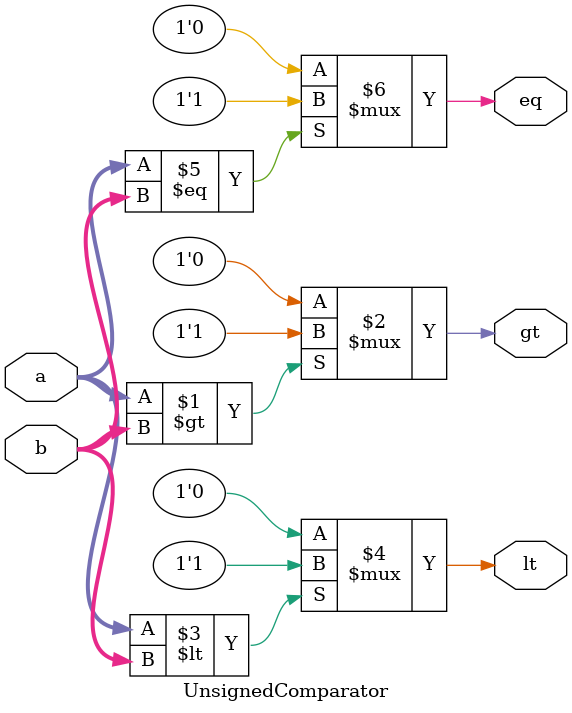
<source format=sv>
module UnsignedComparator (
    input  logic [3:0] a,
    input  logic [3:0] b,
    output logic       gt,
    output logic       lt,
    output logic       eq
  );
  
    assign gt = (a > b)  ? 1'b1 : 1'b0;
    assign lt = (a < b)  ? 1'b1 : 1'b0;
    assign eq = (a == b) ? 1'b1 : 1'b0;
  
  endmodule
</source>
